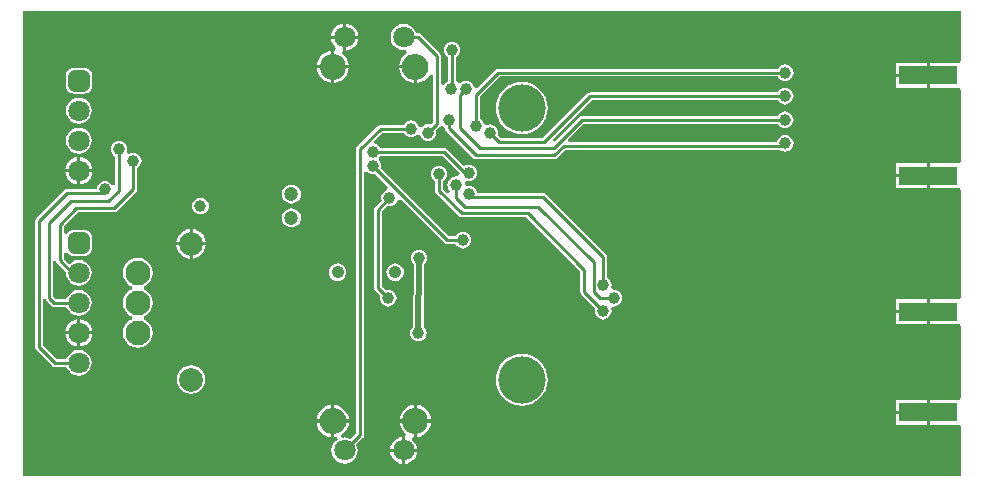
<source format=gbl>
G04*
G04 #@! TF.GenerationSoftware,Altium Limited,Altium Designer,18.1.1 (9)*
G04*
G04 Layer_Physical_Order=2*
G04 Layer_Color=16711680*
%FSLAX42Y42*%
%MOMM*%
G71*
G01*
G75*
%ADD38C,1.20*%
%ADD39C,4.00*%
%ADD53R,4.90X1.60*%
%ADD59C,0.25*%
%ADD60C,0.50*%
%ADD63C,1.06*%
%ADD64C,1.80*%
%ADD65O,2.25X2.20*%
%ADD66C,2.20*%
G04:AMPARAMS|DCode=67|XSize=1.8mm|YSize=1.8mm|CornerRadius=0.45mm|HoleSize=0mm|Usage=FLASHONLY|Rotation=270.000|XOffset=0mm|YOffset=0mm|HoleType=Round|Shape=RoundedRectangle|*
%AMROUNDEDRECTD67*
21,1,1.80,0.90,0,0,270.0*
21,1,0.90,1.80,0,0,270.0*
1,1,0.90,-0.45,-0.45*
1,1,0.90,-0.45,0.45*
1,1,0.90,0.45,0.45*
1,1,0.90,0.45,-0.45*
%
%ADD67ROUNDEDRECTD67*%
%ADD68C,2.00*%
%ADD69C,2.10*%
%ADD70C,1.00*%
%ADD71C,3.80*%
%ADD72C,0.25*%
G36*
X7969Y3553D02*
X7963Y3530D01*
X7944Y3530D01*
X7705D01*
Y3425D01*
Y3320D01*
X7944D01*
X7963Y3320D01*
X7969Y3297D01*
Y2703D01*
X7963Y2680D01*
X7944Y2680D01*
X7705D01*
Y2575D01*
Y2470D01*
X7944D01*
X7963Y2470D01*
X7969Y2447D01*
Y1553D01*
X7963Y1530D01*
X7944Y1530D01*
X7705D01*
Y1425D01*
Y1320D01*
X7944D01*
X7963Y1320D01*
X7969Y1297D01*
Y703D01*
X7963Y680D01*
X7944Y680D01*
X7705D01*
Y575D01*
Y470D01*
X7944D01*
X7963Y470D01*
X7969Y447D01*
Y31D01*
X31D01*
Y3969D01*
X7969D01*
Y3553D01*
D02*
G37*
%LPC*%
G36*
X2763Y3865D02*
Y3763D01*
X2865D01*
X2862Y3780D01*
X2851Y3808D01*
X2832Y3832D01*
X2808Y3851D01*
X2780Y3862D01*
X2763Y3865D01*
D02*
G37*
G36*
X2737D02*
X2720Y3862D01*
X2692Y3851D01*
X2668Y3832D01*
X2649Y3808D01*
X2638Y3780D01*
X2635Y3763D01*
X2737D01*
Y3865D01*
D02*
G37*
G36*
X2865Y3737D02*
X2763D01*
Y3635D01*
X2780Y3638D01*
X2808Y3649D01*
X2832Y3668D01*
X2851Y3692D01*
X2862Y3720D01*
X2865Y3737D01*
D02*
G37*
G36*
X2737D02*
X2635D01*
X2638Y3720D01*
X2649Y3692D01*
X2668Y3668D01*
X2681Y3658D01*
X2671Y3634D01*
X2663Y3635D01*
Y3513D01*
X2785D01*
X2782Y3535D01*
X2768Y3568D01*
X2747Y3597D01*
X2727Y3611D01*
X2737Y3635D01*
X2737Y3635D01*
Y3737D01*
D02*
G37*
G36*
X2637Y3635D02*
X2615Y3632D01*
X2582Y3618D01*
X2553Y3597D01*
X2532Y3568D01*
X2518Y3535D01*
X2515Y3513D01*
X2637D01*
Y3635D01*
D02*
G37*
G36*
X7680Y3530D02*
X7422D01*
Y3438D01*
X7680D01*
Y3530D01*
D02*
G37*
G36*
X3250Y3861D02*
X3221Y3857D01*
X3195Y3846D01*
X3172Y3828D01*
X3154Y3805D01*
X3143Y3779D01*
X3139Y3750D01*
X3143Y3721D01*
X3154Y3695D01*
X3172Y3672D01*
X3195Y3654D01*
X3221Y3643D01*
X3250Y3639D01*
X3271Y3642D01*
X3279Y3618D01*
X3251Y3597D01*
X3229Y3568D01*
X3216Y3535D01*
X3213Y3513D01*
X3350D01*
Y3500D01*
X3363D01*
Y3365D01*
X3388Y3368D01*
X3421Y3382D01*
X3449Y3403D01*
X3471Y3432D01*
X3472Y3434D01*
X3497Y3429D01*
Y3029D01*
X3478Y3010D01*
X3476Y3011D01*
X3458Y3013D01*
X3439Y3011D01*
X3422Y3004D01*
X3408Y2992D01*
X3404Y2988D01*
X3383Y2992D01*
X3378Y2995D01*
X3371Y3010D01*
X3360Y3025D01*
X3345Y3036D01*
X3328Y3043D01*
X3310Y3046D01*
X3292Y3043D01*
X3275Y3036D01*
X3260Y3025D01*
X3249Y3010D01*
X3248Y3008D01*
X3055D01*
X3042Y3006D01*
X3031Y2999D01*
X2856Y2824D01*
X2849Y2813D01*
X2847Y2800D01*
Y394D01*
X2801Y348D01*
X2779Y357D01*
X2750Y361D01*
X2729Y358D01*
X2721Y382D01*
X2749Y403D01*
X2771Y432D01*
X2784Y465D01*
X2787Y487D01*
X2663D01*
Y365D01*
X2683Y367D01*
X2689Y357D01*
X2691Y343D01*
X2672Y328D01*
X2654Y305D01*
X2643Y279D01*
X2639Y250D01*
X2643Y221D01*
X2654Y195D01*
X2672Y172D01*
X2695Y154D01*
X2721Y143D01*
X2750Y139D01*
X2779Y143D01*
X2805Y154D01*
X2828Y172D01*
X2846Y195D01*
X2857Y221D01*
X2861Y250D01*
X2857Y279D01*
X2848Y301D01*
X2904Y356D01*
X2911Y367D01*
X2913Y380D01*
Y2604D01*
X2938Y2612D01*
X2940Y2610D01*
X2955Y2599D01*
X2972Y2592D01*
X2990Y2589D01*
X3008Y2592D01*
X3010Y2593D01*
X3119Y2484D01*
X3112Y2458D01*
X3095Y2451D01*
X3080Y2440D01*
X3069Y2425D01*
X3062Y2408D01*
X3059Y2390D01*
X3062Y2372D01*
X3063Y2370D01*
X3006Y2314D01*
X2999Y2303D01*
X2997Y2290D01*
Y1630D01*
X2999Y1617D01*
X3006Y1606D01*
X3053Y1560D01*
X3052Y1558D01*
X3049Y1540D01*
X3052Y1522D01*
X3059Y1505D01*
X3070Y1490D01*
X3085Y1479D01*
X3102Y1472D01*
X3120Y1469D01*
X3138Y1472D01*
X3155Y1479D01*
X3170Y1490D01*
X3181Y1505D01*
X3188Y1522D01*
X3191Y1540D01*
X3188Y1558D01*
X3181Y1575D01*
X3170Y1590D01*
X3155Y1601D01*
X3138Y1608D01*
X3120Y1611D01*
X3102Y1608D01*
X3100Y1607D01*
X3063Y1644D01*
Y2276D01*
X3110Y2323D01*
X3112Y2322D01*
X3130Y2319D01*
X3148Y2322D01*
X3165Y2329D01*
X3180Y2340D01*
X3191Y2355D01*
X3198Y2372D01*
X3224Y2379D01*
X3596Y2006D01*
X3607Y1999D01*
X3620Y1997D01*
X3688D01*
X3689Y1995D01*
X3700Y1980D01*
X3715Y1969D01*
X3732Y1962D01*
X3750Y1959D01*
X3768Y1962D01*
X3785Y1969D01*
X3800Y1980D01*
X3811Y1995D01*
X3818Y2012D01*
X3821Y2030D01*
X3818Y2048D01*
X3811Y2065D01*
X3800Y2080D01*
X3785Y2091D01*
X3768Y2098D01*
X3750Y2101D01*
X3732Y2098D01*
X3715Y2091D01*
X3700Y2080D01*
X3689Y2065D01*
X3688Y2063D01*
X3634D01*
X3057Y2640D01*
X3058Y2642D01*
X3061Y2660D01*
X3058Y2678D01*
X3051Y2695D01*
X3040Y2710D01*
X3045Y2737D01*
X3051Y2745D01*
X3052Y2747D01*
X3576D01*
X3724Y2599D01*
X3722Y2589D01*
X3708Y2568D01*
X3690Y2571D01*
X3672Y2568D01*
X3655Y2561D01*
X3640Y2550D01*
X3629Y2535D01*
X3622Y2518D01*
X3619Y2500D01*
X3622Y2482D01*
X3629Y2465D01*
X3640Y2450D01*
X3644Y2447D01*
X3643Y2439D01*
X3617Y2430D01*
X3583Y2464D01*
Y2528D01*
X3585Y2529D01*
X3600Y2540D01*
X3611Y2555D01*
X3618Y2572D01*
X3621Y2590D01*
X3618Y2608D01*
X3611Y2625D01*
X3600Y2640D01*
X3585Y2651D01*
X3568Y2658D01*
X3550Y2661D01*
X3532Y2658D01*
X3515Y2651D01*
X3500Y2640D01*
X3489Y2625D01*
X3482Y2608D01*
X3479Y2590D01*
X3482Y2572D01*
X3489Y2555D01*
X3500Y2540D01*
X3515Y2529D01*
X3517Y2528D01*
Y2450D01*
X3519Y2437D01*
X3527Y2427D01*
X3717Y2237D01*
X3727Y2229D01*
X3740Y2227D01*
X4286D01*
X4747Y1766D01*
Y1590D01*
X4749Y1577D01*
X4757Y1567D01*
X4873Y1450D01*
X4872Y1448D01*
X4869Y1430D01*
X4872Y1412D01*
X4879Y1395D01*
X4890Y1380D01*
X4905Y1369D01*
X4922Y1362D01*
X4940Y1359D01*
X4958Y1362D01*
X4975Y1369D01*
X4990Y1380D01*
X5001Y1395D01*
X5008Y1412D01*
X5011Y1430D01*
X5008Y1448D01*
X5026Y1470D01*
X5030Y1469D01*
X5048Y1472D01*
X5065Y1479D01*
X5080Y1490D01*
X5091Y1505D01*
X5098Y1522D01*
X5101Y1540D01*
X5098Y1558D01*
X5091Y1575D01*
X5080Y1590D01*
X5065Y1601D01*
X5048Y1608D01*
X5030Y1611D01*
X5026Y1610D01*
X5008Y1632D01*
X5011Y1650D01*
X5008Y1668D01*
X5001Y1685D01*
X4990Y1700D01*
X4975Y1711D01*
X4973Y1712D01*
Y1890D01*
X4971Y1903D01*
X4963Y1913D01*
X4453Y2423D01*
X4443Y2431D01*
X4430Y2433D01*
X3869D01*
X3868Y2438D01*
X3861Y2455D01*
X3850Y2470D01*
X3835Y2481D01*
X3818Y2488D01*
X3800Y2491D01*
X3786Y2489D01*
X3767Y2505D01*
X3768Y2511D01*
X3782Y2532D01*
X3800Y2529D01*
X3818Y2532D01*
X3835Y2539D01*
X3850Y2550D01*
X3861Y2565D01*
X3868Y2582D01*
X3871Y2600D01*
X3868Y2618D01*
X3861Y2635D01*
X3850Y2650D01*
X3835Y2661D01*
X3818Y2668D01*
X3800Y2671D01*
X3782Y2668D01*
X3765Y2661D01*
X3760Y2657D01*
X3614Y2804D01*
X3603Y2811D01*
X3590Y2813D01*
X3052D01*
X3051Y2815D01*
X3040Y2830D01*
X3025Y2841D01*
X3008Y2848D01*
X3001Y2874D01*
X3069Y2942D01*
X3248D01*
X3249Y2940D01*
X3260Y2925D01*
X3275Y2914D01*
X3292Y2907D01*
X3310Y2904D01*
X3328Y2907D01*
X3345Y2914D01*
X3360Y2925D01*
X3363Y2930D01*
X3385Y2925D01*
X3390Y2923D01*
X3396Y2907D01*
X3408Y2893D01*
X3422Y2881D01*
X3439Y2874D01*
X3458Y2872D01*
X3476Y2874D01*
X3493Y2881D01*
X3507Y2893D01*
X3519Y2907D01*
X3526Y2924D01*
X3528Y2942D01*
X3526Y2961D01*
X3525Y2963D01*
X3554Y2991D01*
X3578Y2995D01*
X3597Y2980D01*
X3599Y2967D01*
X3606Y2956D01*
X3836Y2726D01*
X3847Y2719D01*
X3860Y2717D01*
X4524D01*
X4537Y2719D01*
X4548Y2726D01*
X4618Y2797D01*
X6435D01*
X6445Y2789D01*
X6462Y2782D01*
X6480Y2779D01*
X6498Y2782D01*
X6515Y2789D01*
X6530Y2800D01*
X6541Y2815D01*
X6548Y2832D01*
X6551Y2850D01*
X6548Y2868D01*
X6541Y2885D01*
X6530Y2900D01*
X6515Y2911D01*
X6498Y2918D01*
X6480Y2921D01*
X6462Y2918D01*
X6445Y2911D01*
X6430Y2900D01*
X6419Y2885D01*
X6412Y2868D01*
X6411Y2863D01*
X4653D01*
X4644Y2886D01*
X4774Y3017D01*
X6418D01*
X6419Y3015D01*
X6430Y3000D01*
X6445Y2989D01*
X6462Y2982D01*
X6480Y2979D01*
X6498Y2982D01*
X6515Y2989D01*
X6530Y3000D01*
X6541Y3015D01*
X6548Y3032D01*
X6551Y3050D01*
X6548Y3068D01*
X6541Y3085D01*
X6530Y3100D01*
X6515Y3111D01*
X6498Y3118D01*
X6480Y3121D01*
X6462Y3118D01*
X6445Y3111D01*
X6430Y3100D01*
X6419Y3085D01*
X6418Y3083D01*
X4760D01*
X4747Y3081D01*
X4736Y3074D01*
X4523Y2860D01*
X4523Y2860D01*
X4515Y2888D01*
X4844Y3217D01*
X6418D01*
X6419Y3215D01*
X6430Y3200D01*
X6445Y3189D01*
X6462Y3182D01*
X6480Y3179D01*
X6498Y3182D01*
X6515Y3189D01*
X6530Y3200D01*
X6541Y3215D01*
X6548Y3232D01*
X6551Y3250D01*
X6548Y3268D01*
X6541Y3285D01*
X6530Y3300D01*
X6515Y3311D01*
X6498Y3318D01*
X6480Y3321D01*
X6462Y3318D01*
X6445Y3311D01*
X6430Y3300D01*
X6419Y3285D01*
X6418Y3283D01*
X4830D01*
X4817Y3281D01*
X4806Y3274D01*
X4426Y2893D01*
X4074D01*
X4047Y2920D01*
X4048Y2922D01*
X4051Y2940D01*
X4048Y2958D01*
X4041Y2975D01*
X4030Y2990D01*
X4015Y3001D01*
X3998Y3008D01*
X3980Y3011D01*
X3962Y3008D01*
X3955Y3005D01*
X3930Y3017D01*
X3929Y3018D01*
X3928Y3020D01*
X3921Y3035D01*
X3910Y3050D01*
X3895Y3061D01*
X3893Y3062D01*
Y3246D01*
X4064Y3417D01*
X6418D01*
X6419Y3415D01*
X6430Y3400D01*
X6445Y3389D01*
X6462Y3382D01*
X6480Y3379D01*
X6498Y3382D01*
X6515Y3389D01*
X6530Y3400D01*
X6541Y3415D01*
X6548Y3432D01*
X6551Y3450D01*
X6548Y3468D01*
X6541Y3485D01*
X6530Y3500D01*
X6515Y3511D01*
X6498Y3518D01*
X6480Y3521D01*
X6462Y3518D01*
X6445Y3511D01*
X6430Y3500D01*
X6419Y3485D01*
X6418Y3483D01*
X4050D01*
X4037Y3481D01*
X4026Y3474D01*
X3874Y3321D01*
X3848Y3328D01*
X3841Y3345D01*
X3830Y3360D01*
X3815Y3371D01*
X3798Y3378D01*
X3780Y3381D01*
X3762Y3378D01*
X3745Y3371D01*
X3730Y3360D01*
X3716D01*
X3693Y3382D01*
Y3578D01*
X3695Y3579D01*
X3710Y3590D01*
X3721Y3605D01*
X3728Y3622D01*
X3731Y3640D01*
X3728Y3658D01*
X3721Y3675D01*
X3710Y3690D01*
X3695Y3701D01*
X3678Y3708D01*
X3660Y3711D01*
X3642Y3708D01*
X3625Y3701D01*
X3610Y3690D01*
X3599Y3675D01*
X3592Y3658D01*
X3589Y3640D01*
X3592Y3622D01*
X3599Y3605D01*
X3610Y3590D01*
X3625Y3579D01*
X3627Y3578D01*
Y3376D01*
X3615Y3371D01*
X3600Y3360D01*
X3589Y3345D01*
X3588Y3344D01*
X3563Y3349D01*
Y3590D01*
X3561Y3603D01*
X3554Y3614D01*
X3394Y3774D01*
X3383Y3781D01*
X3370Y3783D01*
X3355D01*
X3346Y3805D01*
X3328Y3828D01*
X3305Y3846D01*
X3279Y3857D01*
X3250Y3861D01*
D02*
G37*
G36*
X2785Y3487D02*
X2663D01*
Y3365D01*
X2685Y3368D01*
X2718Y3382D01*
X2747Y3403D01*
X2768Y3432D01*
X2782Y3465D01*
X2785Y3487D01*
D02*
G37*
G36*
X2637D02*
X2515D01*
X2518Y3465D01*
X2532Y3432D01*
X2553Y3403D01*
X2582Y3382D01*
X2615Y3368D01*
X2637Y3365D01*
Y3487D01*
D02*
G37*
G36*
X3337D02*
X3213D01*
X3216Y3465D01*
X3229Y3432D01*
X3251Y3403D01*
X3279Y3382D01*
X3312Y3368D01*
X3337Y3365D01*
Y3487D01*
D02*
G37*
G36*
X7680Y3412D02*
X7422D01*
Y3320D01*
X7680D01*
Y3412D01*
D02*
G37*
G36*
X545Y3492D02*
X455D01*
X438Y3489D01*
X422Y3483D01*
X409Y3472D01*
X398Y3459D01*
X392Y3443D01*
X389Y3426D01*
Y3336D01*
X392Y3319D01*
X398Y3303D01*
X409Y3290D01*
X422Y3279D01*
X438Y3273D01*
X455Y3270D01*
X545D01*
X562Y3273D01*
X578Y3279D01*
X591Y3290D01*
X602Y3303D01*
X608Y3319D01*
X611Y3336D01*
Y3426D01*
X608Y3443D01*
X602Y3459D01*
X591Y3472D01*
X578Y3483D01*
X562Y3489D01*
X545Y3492D01*
D02*
G37*
G36*
X500Y3238D02*
X471Y3234D01*
X445Y3223D01*
X422Y3205D01*
X404Y3182D01*
X393Y3156D01*
X389Y3127D01*
X393Y3098D01*
X404Y3072D01*
X422Y3049D01*
X445Y3031D01*
X471Y3020D01*
X500Y3016D01*
X529Y3020D01*
X555Y3031D01*
X578Y3049D01*
X596Y3072D01*
X607Y3098D01*
X611Y3127D01*
X607Y3156D01*
X596Y3182D01*
X578Y3205D01*
X555Y3223D01*
X529Y3234D01*
X500Y3238D01*
D02*
G37*
G36*
X4250Y3371D02*
X4207Y3367D01*
X4165Y3354D01*
X4127Y3334D01*
X4094Y3306D01*
X4066Y3273D01*
X4046Y3235D01*
X4033Y3193D01*
X4029Y3150D01*
X4033Y3107D01*
X4046Y3065D01*
X4066Y3027D01*
X4094Y2994D01*
X4127Y2966D01*
X4165Y2946D01*
X4207Y2933D01*
X4250Y2929D01*
X4293Y2933D01*
X4335Y2946D01*
X4373Y2966D01*
X4406Y2994D01*
X4434Y3027D01*
X4454Y3065D01*
X4467Y3107D01*
X4471Y3150D01*
X4467Y3193D01*
X4454Y3235D01*
X4434Y3273D01*
X4406Y3306D01*
X4373Y3334D01*
X4335Y3354D01*
X4293Y3367D01*
X4250Y3371D01*
D02*
G37*
G36*
X500Y2984D02*
X471Y2980D01*
X445Y2969D01*
X422Y2951D01*
X404Y2928D01*
X393Y2902D01*
X389Y2873D01*
X393Y2844D01*
X404Y2818D01*
X422Y2795D01*
X445Y2777D01*
X471Y2766D01*
X500Y2762D01*
X529Y2766D01*
X555Y2777D01*
X578Y2795D01*
X596Y2818D01*
X607Y2844D01*
X611Y2873D01*
X607Y2902D01*
X596Y2928D01*
X578Y2951D01*
X555Y2969D01*
X529Y2980D01*
X500Y2984D01*
D02*
G37*
G36*
X513Y2734D02*
Y2632D01*
X615D01*
X612Y2649D01*
X601Y2677D01*
X582Y2701D01*
X558Y2720D01*
X530Y2731D01*
X513Y2734D01*
D02*
G37*
G36*
X487D02*
X470Y2731D01*
X442Y2720D01*
X418Y2701D01*
X399Y2677D01*
X388Y2649D01*
X385Y2632D01*
X487D01*
Y2734D01*
D02*
G37*
G36*
X7680Y2680D02*
X7422D01*
Y2588D01*
X7680D01*
Y2680D01*
D02*
G37*
G36*
X615Y2606D02*
X513D01*
Y2504D01*
X530Y2507D01*
X558Y2518D01*
X582Y2537D01*
X601Y2561D01*
X612Y2589D01*
X615Y2606D01*
D02*
G37*
G36*
X487D02*
X385D01*
X388Y2589D01*
X399Y2561D01*
X418Y2537D01*
X442Y2518D01*
X470Y2507D01*
X487Y2504D01*
Y2606D01*
D02*
G37*
G36*
X840Y2871D02*
X822Y2868D01*
X805Y2861D01*
X790Y2850D01*
X779Y2835D01*
X772Y2818D01*
X769Y2800D01*
X772Y2782D01*
X779Y2765D01*
X790Y2750D01*
X805Y2739D01*
X807Y2738D01*
Y2499D01*
X782Y2494D01*
X781Y2495D01*
X770Y2510D01*
X755Y2521D01*
X738Y2528D01*
X720Y2531D01*
X702Y2528D01*
X685Y2521D01*
X670Y2510D01*
X659Y2495D01*
X652Y2478D01*
X650Y2463D01*
X400D01*
X387Y2461D01*
X377Y2453D01*
X137Y2213D01*
X129Y2203D01*
X127Y2190D01*
Y1130D01*
X129Y1117D01*
X137Y1107D01*
X275Y969D01*
X285Y961D01*
X298Y959D01*
X395D01*
X404Y937D01*
X422Y914D01*
X445Y896D01*
X471Y885D01*
X500Y881D01*
X529Y885D01*
X555Y896D01*
X578Y914D01*
X596Y937D01*
X607Y963D01*
X611Y992D01*
X607Y1021D01*
X596Y1047D01*
X578Y1070D01*
X555Y1088D01*
X529Y1099D01*
X500Y1103D01*
X471Y1099D01*
X445Y1088D01*
X422Y1070D01*
X404Y1047D01*
X395Y1025D01*
X312D01*
X193Y1144D01*
Y1531D01*
X218Y1534D01*
X219Y1527D01*
X227Y1517D01*
X267Y1477D01*
X277Y1469D01*
X290Y1467D01*
X395D01*
X404Y1445D01*
X422Y1422D01*
X445Y1404D01*
X471Y1393D01*
X500Y1389D01*
X529Y1393D01*
X555Y1404D01*
X578Y1422D01*
X596Y1445D01*
X607Y1471D01*
X611Y1500D01*
X607Y1529D01*
X596Y1555D01*
X578Y1578D01*
X555Y1596D01*
X529Y1607D01*
X500Y1611D01*
X471Y1607D01*
X445Y1596D01*
X422Y1578D01*
X404Y1555D01*
X395Y1533D01*
X304D01*
X283Y1554D01*
Y1851D01*
X308Y1854D01*
X309Y1847D01*
X317Y1837D01*
X390Y1763D01*
X389Y1754D01*
X393Y1725D01*
X404Y1699D01*
X422Y1676D01*
X445Y1658D01*
X471Y1647D01*
X500Y1643D01*
X529Y1647D01*
X555Y1658D01*
X578Y1676D01*
X596Y1699D01*
X607Y1725D01*
X611Y1754D01*
X607Y1783D01*
X596Y1809D01*
X578Y1832D01*
X555Y1850D01*
X529Y1861D01*
X500Y1865D01*
X471Y1861D01*
X445Y1850D01*
X422Y1832D01*
X415Y1832D01*
X373Y1874D01*
Y1925D01*
X398Y1930D01*
X398Y1930D01*
X409Y1917D01*
X422Y1906D01*
X438Y1900D01*
X455Y1897D01*
X545D01*
X562Y1900D01*
X578Y1906D01*
X591Y1917D01*
X602Y1930D01*
X608Y1946D01*
X611Y1963D01*
Y2053D01*
X608Y2070D01*
X602Y2086D01*
X591Y2099D01*
X578Y2110D01*
X562Y2116D01*
X545Y2119D01*
X455D01*
X438Y2116D01*
X422Y2110D01*
X409Y2099D01*
X398Y2086D01*
X398Y2086D01*
X373Y2091D01*
Y2146D01*
X494Y2267D01*
X800D01*
X813Y2269D01*
X823Y2277D01*
X983Y2437D01*
X991Y2447D01*
X993Y2460D01*
Y2638D01*
X995Y2639D01*
X1010Y2650D01*
X1021Y2665D01*
X1028Y2682D01*
X1031Y2700D01*
X1028Y2718D01*
X1021Y2735D01*
X1010Y2750D01*
X995Y2761D01*
X978Y2768D01*
X960Y2771D01*
X942Y2768D01*
X927Y2762D01*
X920Y2766D01*
X907Y2779D01*
X908Y2782D01*
X911Y2800D01*
X908Y2818D01*
X901Y2835D01*
X890Y2850D01*
X875Y2861D01*
X858Y2868D01*
X840Y2871D01*
D02*
G37*
G36*
X7680Y2562D02*
X7422D01*
Y2470D01*
X7680D01*
Y2562D01*
D02*
G37*
G36*
X2300Y2501D02*
X2279Y2498D01*
X2260Y2490D01*
X2243Y2477D01*
X2230Y2460D01*
X2222Y2441D01*
X2219Y2420D01*
X2222Y2399D01*
X2230Y2380D01*
X2243Y2363D01*
X2260Y2350D01*
X2279Y2342D01*
X2300Y2339D01*
X2321Y2342D01*
X2340Y2350D01*
X2357Y2363D01*
X2370Y2380D01*
X2378Y2399D01*
X2381Y2420D01*
X2378Y2441D01*
X2370Y2460D01*
X2357Y2477D01*
X2340Y2490D01*
X2321Y2498D01*
X2300Y2501D01*
D02*
G37*
G36*
X1530Y2391D02*
X1512Y2388D01*
X1495Y2381D01*
X1480Y2370D01*
X1469Y2355D01*
X1462Y2338D01*
X1459Y2320D01*
X1462Y2302D01*
X1469Y2285D01*
X1480Y2270D01*
X1495Y2259D01*
X1512Y2252D01*
X1530Y2249D01*
X1548Y2252D01*
X1565Y2259D01*
X1580Y2270D01*
X1591Y2285D01*
X1598Y2302D01*
X1601Y2320D01*
X1598Y2338D01*
X1591Y2355D01*
X1580Y2370D01*
X1565Y2381D01*
X1548Y2388D01*
X1530Y2391D01*
D02*
G37*
G36*
X2300Y2301D02*
X2279Y2298D01*
X2260Y2290D01*
X2243Y2277D01*
X2230Y2260D01*
X2222Y2241D01*
X2219Y2220D01*
X2222Y2199D01*
X2230Y2180D01*
X2243Y2163D01*
X2260Y2150D01*
X2279Y2142D01*
X2300Y2139D01*
X2321Y2142D01*
X2340Y2150D01*
X2357Y2163D01*
X2370Y2180D01*
X2378Y2199D01*
X2381Y2220D01*
X2378Y2241D01*
X2370Y2260D01*
X2357Y2277D01*
X2340Y2290D01*
X2321Y2298D01*
X2300Y2301D01*
D02*
G37*
G36*
X1463Y2125D02*
Y2013D01*
X1575D01*
X1572Y2033D01*
X1560Y2063D01*
X1539Y2089D01*
X1513Y2110D01*
X1483Y2122D01*
X1463Y2125D01*
D02*
G37*
G36*
X1437D02*
X1417Y2122D01*
X1387Y2110D01*
X1361Y2089D01*
X1340Y2063D01*
X1328Y2033D01*
X1325Y2013D01*
X1437D01*
Y2125D01*
D02*
G37*
G36*
X1575Y1987D02*
X1463D01*
Y1875D01*
X1483Y1878D01*
X1513Y1890D01*
X1539Y1911D01*
X1560Y1937D01*
X1572Y1967D01*
X1575Y1987D01*
D02*
G37*
G36*
X1437D02*
X1325D01*
X1328Y1967D01*
X1340Y1937D01*
X1361Y1911D01*
X1387Y1890D01*
X1417Y1878D01*
X1437Y1875D01*
Y1987D01*
D02*
G37*
G36*
X3178Y1834D02*
X3159Y1831D01*
X3141Y1824D01*
X3126Y1812D01*
X3114Y1797D01*
X3107Y1779D01*
X3104Y1760D01*
X3107Y1741D01*
X3114Y1723D01*
X3126Y1708D01*
X3141Y1696D01*
X3159Y1689D01*
X3178Y1686D01*
X3197Y1689D01*
X3215Y1696D01*
X3230Y1708D01*
X3242Y1723D01*
X3249Y1741D01*
X3252Y1760D01*
X3249Y1779D01*
X3242Y1797D01*
X3230Y1812D01*
X3215Y1824D01*
X3197Y1831D01*
X3178Y1834D01*
D02*
G37*
G36*
X2690D02*
X2671Y1831D01*
X2653Y1824D01*
X2638Y1812D01*
X2626Y1797D01*
X2619Y1779D01*
X2616Y1760D01*
X2619Y1741D01*
X2626Y1723D01*
X2638Y1708D01*
X2653Y1696D01*
X2671Y1689D01*
X2690Y1686D01*
X2709Y1689D01*
X2727Y1696D01*
X2742Y1708D01*
X2754Y1723D01*
X2761Y1741D01*
X2764Y1760D01*
X2761Y1779D01*
X2754Y1797D01*
X2742Y1812D01*
X2727Y1824D01*
X2709Y1831D01*
X2690Y1834D01*
D02*
G37*
G36*
X7680Y1530D02*
X7422D01*
Y1438D01*
X7680D01*
Y1530D01*
D02*
G37*
G36*
Y1412D02*
X7422D01*
Y1320D01*
X7680D01*
Y1412D01*
D02*
G37*
G36*
X513Y1361D02*
Y1259D01*
X615D01*
X612Y1276D01*
X601Y1304D01*
X582Y1328D01*
X558Y1347D01*
X530Y1358D01*
X513Y1361D01*
D02*
G37*
G36*
X487D02*
X470Y1358D01*
X442Y1347D01*
X418Y1328D01*
X399Y1304D01*
X388Y1276D01*
X385Y1259D01*
X487D01*
Y1361D01*
D02*
G37*
G36*
X3380Y1951D02*
X3362Y1948D01*
X3345Y1941D01*
X3330Y1930D01*
X3319Y1915D01*
X3312Y1898D01*
X3309Y1880D01*
X3312Y1862D01*
X3319Y1845D01*
X3330Y1830D01*
X3334Y1827D01*
X3330Y1298D01*
X3325Y1295D01*
X3314Y1280D01*
X3307Y1263D01*
X3304Y1245D01*
X3307Y1227D01*
X3314Y1210D01*
X3325Y1195D01*
X3340Y1184D01*
X3357Y1177D01*
X3375Y1174D01*
X3393Y1177D01*
X3410Y1184D01*
X3425Y1195D01*
X3436Y1210D01*
X3443Y1227D01*
X3446Y1245D01*
X3443Y1263D01*
X3436Y1280D01*
X3425Y1295D01*
X3421Y1298D01*
X3425Y1827D01*
X3430Y1830D01*
X3441Y1845D01*
X3448Y1862D01*
X3451Y1880D01*
X3448Y1898D01*
X3441Y1915D01*
X3430Y1930D01*
X3415Y1941D01*
X3398Y1948D01*
X3380Y1951D01*
D02*
G37*
G36*
X615Y1233D02*
X513D01*
Y1131D01*
X530Y1134D01*
X558Y1145D01*
X582Y1164D01*
X601Y1188D01*
X612Y1216D01*
X615Y1233D01*
D02*
G37*
G36*
X487D02*
X385D01*
X388Y1216D01*
X399Y1188D01*
X418Y1164D01*
X442Y1145D01*
X470Y1134D01*
X487Y1131D01*
Y1233D01*
D02*
G37*
G36*
X1000Y1880D02*
X967Y1876D01*
X937Y1863D01*
X911Y1843D01*
X891Y1817D01*
X878Y1787D01*
X874Y1754D01*
X878Y1721D01*
X891Y1691D01*
X911Y1665D01*
X937Y1645D01*
X947Y1641D01*
Y1613D01*
X937Y1609D01*
X911Y1589D01*
X891Y1563D01*
X878Y1533D01*
X874Y1500D01*
X878Y1467D01*
X891Y1437D01*
X911Y1411D01*
X937Y1391D01*
X947Y1387D01*
Y1359D01*
X937Y1355D01*
X911Y1335D01*
X891Y1309D01*
X878Y1279D01*
X874Y1246D01*
X878Y1213D01*
X891Y1183D01*
X911Y1157D01*
X937Y1137D01*
X967Y1124D01*
X1000Y1120D01*
X1033Y1124D01*
X1063Y1137D01*
X1089Y1157D01*
X1109Y1183D01*
X1122Y1213D01*
X1126Y1246D01*
X1122Y1279D01*
X1109Y1309D01*
X1089Y1335D01*
X1063Y1355D01*
X1053Y1359D01*
Y1387D01*
X1063Y1391D01*
X1089Y1411D01*
X1109Y1437D01*
X1122Y1467D01*
X1126Y1500D01*
X1122Y1533D01*
X1109Y1563D01*
X1089Y1589D01*
X1063Y1609D01*
X1053Y1613D01*
Y1641D01*
X1063Y1645D01*
X1089Y1665D01*
X1109Y1691D01*
X1122Y1721D01*
X1126Y1754D01*
X1122Y1787D01*
X1109Y1817D01*
X1089Y1843D01*
X1063Y1863D01*
X1033Y1876D01*
X1000Y1880D01*
D02*
G37*
G36*
X1450Y971D02*
X1419Y967D01*
X1389Y955D01*
X1364Y936D01*
X1345Y911D01*
X1333Y881D01*
X1329Y850D01*
X1333Y819D01*
X1345Y789D01*
X1364Y764D01*
X1389Y745D01*
X1419Y733D01*
X1450Y729D01*
X1481Y733D01*
X1511Y745D01*
X1536Y764D01*
X1555Y789D01*
X1567Y819D01*
X1571Y850D01*
X1567Y881D01*
X1555Y911D01*
X1536Y936D01*
X1511Y955D01*
X1481Y967D01*
X1450Y971D01*
D02*
G37*
G36*
X4250Y1071D02*
X4207Y1067D01*
X4165Y1054D01*
X4127Y1034D01*
X4094Y1006D01*
X4066Y973D01*
X4046Y935D01*
X4033Y893D01*
X4029Y850D01*
X4033Y807D01*
X4046Y765D01*
X4066Y727D01*
X4094Y694D01*
X4127Y666D01*
X4165Y646D01*
X4207Y633D01*
X4250Y629D01*
X4293Y633D01*
X4335Y646D01*
X4373Y666D01*
X4406Y694D01*
X4434Y727D01*
X4454Y765D01*
X4467Y807D01*
X4471Y850D01*
X4467Y893D01*
X4454Y935D01*
X4434Y973D01*
X4406Y1006D01*
X4373Y1034D01*
X4335Y1054D01*
X4293Y1067D01*
X4250Y1071D01*
D02*
G37*
G36*
X7680Y680D02*
X7422D01*
Y588D01*
X7680D01*
Y680D01*
D02*
G37*
G36*
X3363Y635D02*
Y513D01*
X3485D01*
X3482Y535D01*
X3468Y568D01*
X3447Y597D01*
X3418Y618D01*
X3385Y632D01*
X3363Y635D01*
D02*
G37*
G36*
X3337D02*
X3315Y632D01*
X3282Y618D01*
X3253Y597D01*
X3232Y568D01*
X3218Y535D01*
X3215Y513D01*
X3337D01*
Y635D01*
D02*
G37*
G36*
X2663Y635D02*
Y513D01*
X2787D01*
X2784Y535D01*
X2771Y568D01*
X2749Y597D01*
X2721Y618D01*
X2688Y632D01*
X2663Y635D01*
D02*
G37*
G36*
X2637D02*
X2612Y632D01*
X2579Y618D01*
X2551Y597D01*
X2529Y568D01*
X2516Y535D01*
X2513Y513D01*
X2637D01*
Y635D01*
D02*
G37*
G36*
X7680Y562D02*
X7422D01*
Y470D01*
X7680D01*
Y562D01*
D02*
G37*
G36*
X3337Y487D02*
X3215D01*
X3218Y465D01*
X3232Y432D01*
X3253Y403D01*
X3273Y389D01*
X3263Y365D01*
X3263Y365D01*
Y263D01*
X3365D01*
X3362Y280D01*
X3351Y308D01*
X3332Y332D01*
X3319Y342D01*
X3329Y366D01*
X3337Y365D01*
Y487D01*
D02*
G37*
G36*
X3485D02*
X3363D01*
Y365D01*
X3385Y368D01*
X3418Y382D01*
X3447Y403D01*
X3468Y432D01*
X3482Y465D01*
X3485Y487D01*
D02*
G37*
G36*
X2637D02*
X2513D01*
X2516Y465D01*
X2529Y432D01*
X2551Y403D01*
X2579Y382D01*
X2612Y368D01*
X2637Y365D01*
Y487D01*
D02*
G37*
G36*
X3237Y365D02*
X3220Y362D01*
X3192Y351D01*
X3168Y332D01*
X3149Y308D01*
X3138Y280D01*
X3135Y263D01*
X3237D01*
Y365D01*
D02*
G37*
G36*
X3365Y237D02*
X3263D01*
Y135D01*
X3280Y138D01*
X3308Y149D01*
X3332Y168D01*
X3351Y192D01*
X3362Y220D01*
X3365Y237D01*
D02*
G37*
G36*
X3237D02*
X3135D01*
X3138Y220D01*
X3149Y192D01*
X3168Y168D01*
X3192Y149D01*
X3220Y138D01*
X3237Y135D01*
Y237D01*
D02*
G37*
%LPD*%
D38*
X2300Y2420D02*
D03*
Y2220D02*
D03*
D39*
X4250Y850D02*
D03*
Y3150D02*
D03*
D53*
X7693Y1425D02*
D03*
Y575D02*
D03*
Y2575D02*
D03*
Y3425D02*
D03*
D59*
X4910Y1540D02*
X5030D01*
X4858Y1593D02*
X4910Y1540D01*
X4858Y1593D02*
Y1842D01*
X4390Y2310D02*
X4858Y1842D01*
X4300Y2260D02*
X4780Y1780D01*
Y1590D02*
Y1780D01*
Y1590D02*
X4940Y1430D01*
X3740Y2260D02*
X4300D01*
X3770Y2310D02*
X4390D01*
X3690Y2390D02*
X3770Y2310D01*
X3690Y2390D02*
Y2500D01*
X3550Y2450D02*
X3740Y2260D01*
X3550Y2450D02*
Y2590D01*
X3800Y2400D02*
X4430D01*
X4940Y1650D02*
Y1890D01*
X4430Y2400D02*
X4940Y1890D01*
X960Y2460D02*
Y2700D01*
X840Y2450D02*
Y2800D01*
X400Y2430D02*
X710D01*
X160Y2190D02*
X400Y2430D01*
X750Y2360D02*
X840Y2450D01*
X430Y2360D02*
X750D01*
X250Y2180D02*
X430Y2360D01*
X800Y2300D02*
X960Y2460D01*
X480Y2300D02*
X800D01*
X340Y2160D02*
X480Y2300D01*
X340Y1860D02*
Y2160D01*
Y1860D02*
X446Y1754D01*
X500D01*
X250Y1540D02*
Y2180D01*
Y1540D02*
X290Y1500D01*
X500D01*
X160Y1130D02*
Y2190D01*
Y1130D02*
X298Y992D01*
X500D01*
D60*
X3375Y1245D02*
X3380Y1880D01*
D63*
X2690Y1760D02*
D03*
X3178D02*
D03*
D64*
X3250Y3750D02*
D03*
X2750D02*
D03*
X500Y2619D02*
D03*
Y3127D02*
D03*
Y2873D02*
D03*
Y1500D02*
D03*
Y1754D02*
D03*
Y1246D02*
D03*
Y992D02*
D03*
X3250Y250D02*
D03*
X2750D02*
D03*
D65*
X3350Y3500D02*
D03*
X2650Y500D02*
D03*
D66*
X2650Y3500D02*
D03*
X3350Y500D02*
D03*
D67*
X500Y3381D02*
D03*
Y2008D02*
D03*
D68*
X1450Y850D02*
D03*
Y2000D02*
D03*
D69*
X1000Y1246D02*
D03*
Y1754D02*
D03*
Y1500D02*
D03*
D70*
X6900Y2050D02*
D03*
X6700D02*
D03*
X6500D02*
D03*
X6300D02*
D03*
X6050Y750D02*
D03*
X6200D02*
D03*
X5900D02*
D03*
X7300Y650D02*
D03*
X7150Y3650D02*
D03*
X6950D02*
D03*
X7350Y3850D02*
D03*
X7150D02*
D03*
X6950D02*
D03*
X6750D02*
D03*
X6550D02*
D03*
X6350D02*
D03*
X6150D02*
D03*
X5950D02*
D03*
X5750D02*
D03*
X5550D02*
D03*
X5350D02*
D03*
X5150D02*
D03*
X4950D02*
D03*
X5300Y750D02*
D03*
X5150D02*
D03*
X7500Y3600D02*
D03*
X7350Y3500D02*
D03*
Y3350D02*
D03*
X7800Y3200D02*
D03*
X7650D02*
D03*
X7500D02*
D03*
X7350D02*
D03*
X7200D02*
D03*
X7050Y3300D02*
D03*
X7850Y2400D02*
D03*
X7700D02*
D03*
X7550D02*
D03*
X7400D02*
D03*
X7800Y2800D02*
D03*
X7650D02*
D03*
X7200Y2850D02*
D03*
X7500Y2800D02*
D03*
X7350D02*
D03*
X7250Y2750D02*
D03*
Y2600D02*
D03*
Y2450D02*
D03*
Y2300D02*
D03*
Y2150D02*
D03*
X7100D02*
D03*
X6950D02*
D03*
X6300Y2250D02*
D03*
Y2450D02*
D03*
Y2650D02*
D03*
X6000Y1000D02*
D03*
X5900Y900D02*
D03*
Y1050D02*
D03*
Y1200D02*
D03*
Y1350D02*
D03*
Y1500D02*
D03*
Y1650D02*
D03*
Y1800D02*
D03*
X6450Y2450D02*
D03*
X6900Y3450D02*
D03*
Y3250D02*
D03*
Y3050D02*
D03*
Y2850D02*
D03*
Y2650D02*
D03*
X7300Y500D02*
D03*
X7400Y400D02*
D03*
Y750D02*
D03*
X7550D02*
D03*
Y400D02*
D03*
X7850Y750D02*
D03*
X7700D02*
D03*
X7400Y1250D02*
D03*
X7850D02*
D03*
X7700D02*
D03*
X7550D02*
D03*
X7300Y1350D02*
D03*
Y1500D02*
D03*
X7400Y1600D02*
D03*
X7550D02*
D03*
X7700D02*
D03*
X7850D02*
D03*
X7650Y1100D02*
D03*
X7450D02*
D03*
X7250D02*
D03*
X7050D02*
D03*
X6800D02*
D03*
X7650Y850D02*
D03*
X7450D02*
D03*
X7250D02*
D03*
X7050D02*
D03*
X6800D02*
D03*
X6600D02*
D03*
X6400D02*
D03*
X6390Y1170D02*
D03*
X6380Y1440D02*
D03*
X3860Y3000D02*
D03*
X3980Y2940D02*
D03*
X970Y3110D02*
D03*
X3750Y2030D02*
D03*
X6020Y1100D02*
D03*
X6020Y880D02*
D03*
X6480Y3650D02*
D03*
X4990Y740D02*
D03*
X4730Y540D02*
D03*
X2210Y320D02*
D03*
X2210Y890D02*
D03*
X1723Y730D02*
D03*
X1780Y820D02*
D03*
X1900Y2130D02*
D03*
X1890Y2510D02*
D03*
X1530Y2320D02*
D03*
X6490Y2250D02*
D03*
X6480Y2650D02*
D03*
X5060Y1760D02*
D03*
X4270Y1750D02*
D03*
X4520D02*
D03*
X4670D02*
D03*
X3690Y2500D02*
D03*
X3800Y2600D02*
D03*
X3520Y2260D02*
D03*
X2330Y3060D02*
D03*
X2700Y2600D02*
D03*
X3120Y1960D02*
D03*
X3505Y1895D02*
D03*
X2390Y1880D02*
D03*
X1410Y1120D02*
D03*
X1670Y1210D02*
D03*
X2020Y1650D02*
D03*
X960Y2700D02*
D03*
X720Y2460D02*
D03*
X840Y2800D02*
D03*
X3375Y1245D02*
D03*
X3380Y1880D02*
D03*
X3800Y2420D02*
D03*
X3550Y2590D02*
D03*
X4940Y1430D02*
D03*
X5030Y1540D02*
D03*
X4940Y1650D02*
D03*
X3130Y2390D02*
D03*
X3458Y2942D02*
D03*
X2990Y2660D02*
D03*
X2990Y2780D02*
D03*
X3310Y2975D02*
D03*
X3630Y3050D02*
D03*
X3780Y3310D02*
D03*
X3660Y3640D02*
D03*
X3650Y3310D02*
D03*
X6480Y2850D02*
D03*
Y3050D02*
D03*
Y3250D02*
D03*
Y3450D02*
D03*
X3120Y1540D02*
D03*
D71*
X250Y250D02*
D03*
Y3750D02*
D03*
X7750Y250D02*
D03*
Y3750D02*
D03*
D72*
X4050Y3450D02*
X6480D01*
X3860Y3260D02*
X4050Y3450D01*
X3860Y3000D02*
Y3260D01*
X3900Y2810D02*
X4520D01*
X3730Y2980D02*
X3900Y2810D01*
X3730Y2980D02*
Y3260D01*
X3860Y2750D02*
X4524D01*
X3630Y2980D02*
X3860Y2750D01*
X3630Y2980D02*
Y3050D01*
X3730Y3260D02*
X3780Y3310D01*
X4440Y2860D02*
X4830Y3250D01*
X4060Y2860D02*
X4440D01*
X3980Y2940D02*
X4060Y2860D01*
X4520Y2810D02*
X4760Y3050D01*
X4524Y2750D02*
X4604Y2830D01*
X2990Y2660D02*
X3620Y2030D01*
X3750D01*
X6460Y2830D02*
X6480Y2850D01*
X4604Y2830D02*
X6460D01*
X4760Y3050D02*
X6480D01*
X4830Y3250D02*
X6480D01*
X3770Y2600D02*
X3800D01*
X3590Y2780D02*
X3770Y2600D01*
X3030Y2290D02*
X3130Y2390D01*
X3030Y1630D02*
Y2290D01*
Y1630D02*
X3120Y1540D01*
X3530Y3015D02*
Y3590D01*
X3458Y2942D02*
X3530Y3015D01*
X3250Y3750D02*
X3370D01*
X3530Y3590D01*
X2750Y250D02*
X2880Y380D01*
Y2800D01*
X3055Y2975D01*
X3310D01*
X2990Y2780D02*
X3590D01*
X3660Y3320D02*
Y3640D01*
X3650Y3310D02*
X3660Y3320D01*
M02*

</source>
